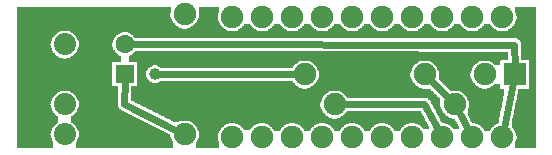
<source format=gbl>
G04 MADE WITH FRITZING*
G04 WWW.FRITZING.ORG*
G04 DOUBLE SIDED*
G04 HOLES PLATED*
G04 CONTOUR ON CENTER OF CONTOUR VECTOR*
%ASAXBY*%
%FSLAX23Y23*%
%MOIN*%
%OFA0B0*%
%SFA1.0B1.0*%
%ADD10C,0.075000*%
%ADD11C,0.062992*%
%ADD12C,0.039370*%
%ADD13C,0.073749*%
%ADD14C,0.075334*%
%ADD15R,0.062992X0.062992*%
%ADD16R,0.075000X0.075000*%
%ADD17C,0.024000*%
%LNCOPPER0*%
G90*
G70*
G54D10*
X270Y263D03*
X1600Y177D03*
G54D11*
X400Y286D03*
X400Y385D03*
X400Y286D03*
X400Y385D03*
G54D12*
X500Y285D03*
G54D13*
X200Y85D03*
X200Y185D03*
X200Y385D03*
X200Y85D03*
X200Y185D03*
X200Y385D03*
G54D10*
X600Y485D03*
X600Y85D03*
X600Y485D03*
X600Y85D03*
X1100Y185D03*
X1500Y185D03*
X1100Y185D03*
X1500Y185D03*
X1000Y285D03*
X1400Y285D03*
X1000Y285D03*
X1400Y285D03*
X1700Y285D03*
X1600Y285D03*
X1700Y285D03*
X1600Y285D03*
G54D14*
X958Y476D03*
X1058Y476D03*
X1158Y476D03*
X1258Y476D03*
X1358Y476D03*
X1458Y476D03*
X1558Y476D03*
X1658Y476D03*
X1058Y76D03*
X1158Y76D03*
X1258Y76D03*
X1358Y76D03*
X1458Y76D03*
X1558Y76D03*
X1658Y76D03*
X958Y76D03*
X858Y476D03*
X857Y76D03*
X758Y476D03*
X758Y76D03*
G54D15*
X400Y286D03*
X400Y286D03*
G54D16*
X1700Y285D03*
X1700Y285D03*
G54D17*
X1700Y313D02*
X1699Y384D01*
D02*
X1699Y384D02*
X427Y385D01*
D02*
X1694Y257D02*
X1664Y107D01*
D02*
X399Y185D02*
X400Y259D01*
D02*
X574Y97D02*
X399Y185D01*
D02*
X971Y285D02*
X519Y285D01*
D02*
X1399Y185D02*
X1443Y104D01*
D02*
X1128Y185D02*
X1399Y185D01*
D02*
X1543Y104D02*
X1513Y159D01*
D02*
X1480Y205D02*
X1420Y264D01*
G36*
X40Y511D02*
X40Y437D01*
X592Y437D01*
X592Y439D01*
X586Y439D01*
X586Y441D01*
X580Y441D01*
X580Y443D01*
X578Y443D01*
X578Y445D01*
X574Y445D01*
X574Y447D01*
X572Y447D01*
X572Y449D01*
X570Y449D01*
X570Y451D01*
X568Y451D01*
X568Y453D01*
X566Y453D01*
X566Y455D01*
X564Y455D01*
X564Y457D01*
X562Y457D01*
X562Y459D01*
X560Y459D01*
X560Y463D01*
X558Y463D01*
X558Y467D01*
X556Y467D01*
X556Y471D01*
X554Y471D01*
X554Y477D01*
X552Y477D01*
X552Y491D01*
X554Y491D01*
X554Y511D01*
X40Y511D01*
G37*
D02*
G36*
X646Y511D02*
X646Y489D01*
X648Y489D01*
X648Y481D01*
X646Y481D01*
X646Y473D01*
X644Y473D01*
X644Y467D01*
X642Y467D01*
X642Y463D01*
X640Y463D01*
X640Y461D01*
X638Y461D01*
X638Y457D01*
X636Y457D01*
X636Y455D01*
X634Y455D01*
X634Y453D01*
X632Y453D01*
X632Y451D01*
X630Y451D01*
X630Y449D01*
X628Y449D01*
X628Y447D01*
X626Y447D01*
X626Y445D01*
X622Y445D01*
X622Y443D01*
X618Y443D01*
X618Y441D01*
X614Y441D01*
X614Y439D01*
X608Y439D01*
X608Y437D01*
X730Y437D01*
X730Y439D01*
X728Y439D01*
X728Y441D01*
X726Y441D01*
X726Y443D01*
X724Y443D01*
X724Y445D01*
X722Y445D01*
X722Y447D01*
X720Y447D01*
X720Y451D01*
X718Y451D01*
X718Y453D01*
X716Y453D01*
X716Y457D01*
X714Y457D01*
X714Y463D01*
X712Y463D01*
X712Y469D01*
X710Y469D01*
X710Y483D01*
X712Y483D01*
X712Y489D01*
X714Y489D01*
X714Y511D01*
X646Y511D01*
G37*
D02*
G36*
X1702Y511D02*
X1702Y489D01*
X1704Y489D01*
X1704Y481D01*
X1706Y481D01*
X1706Y469D01*
X1704Y469D01*
X1704Y463D01*
X1702Y463D01*
X1702Y457D01*
X1700Y457D01*
X1700Y453D01*
X1698Y453D01*
X1698Y451D01*
X1696Y451D01*
X1696Y447D01*
X1694Y447D01*
X1694Y445D01*
X1692Y445D01*
X1692Y443D01*
X1690Y443D01*
X1690Y441D01*
X1688Y441D01*
X1688Y439D01*
X1684Y439D01*
X1684Y437D01*
X1682Y437D01*
X1682Y435D01*
X1678Y435D01*
X1678Y433D01*
X1676Y433D01*
X1676Y431D01*
X1670Y431D01*
X1670Y429D01*
X1658Y429D01*
X1658Y427D01*
X1770Y427D01*
X1770Y511D01*
X1702Y511D01*
G37*
D02*
G36*
X798Y453D02*
X798Y451D01*
X796Y451D01*
X796Y447D01*
X794Y447D01*
X794Y445D01*
X792Y445D01*
X792Y443D01*
X790Y443D01*
X790Y441D01*
X788Y441D01*
X788Y439D01*
X784Y439D01*
X784Y437D01*
X782Y437D01*
X782Y435D01*
X778Y435D01*
X778Y433D01*
X776Y433D01*
X776Y431D01*
X770Y431D01*
X770Y429D01*
X758Y429D01*
X758Y427D01*
X856Y427D01*
X856Y429D01*
X846Y429D01*
X846Y431D01*
X840Y431D01*
X840Y433D01*
X838Y433D01*
X838Y435D01*
X834Y435D01*
X834Y437D01*
X830Y437D01*
X830Y439D01*
X828Y439D01*
X828Y441D01*
X826Y441D01*
X826Y443D01*
X824Y443D01*
X824Y445D01*
X822Y445D01*
X822Y447D01*
X820Y447D01*
X820Y451D01*
X818Y451D01*
X818Y453D01*
X798Y453D01*
G37*
D02*
G36*
X898Y453D02*
X898Y451D01*
X896Y451D01*
X896Y447D01*
X894Y447D01*
X894Y445D01*
X892Y445D01*
X892Y443D01*
X890Y443D01*
X890Y441D01*
X888Y441D01*
X888Y439D01*
X884Y439D01*
X884Y437D01*
X882Y437D01*
X882Y435D01*
X878Y435D01*
X878Y433D01*
X876Y433D01*
X876Y431D01*
X870Y431D01*
X870Y429D01*
X858Y429D01*
X858Y427D01*
X956Y427D01*
X956Y429D01*
X946Y429D01*
X946Y431D01*
X940Y431D01*
X940Y433D01*
X938Y433D01*
X938Y435D01*
X934Y435D01*
X934Y437D01*
X930Y437D01*
X930Y439D01*
X928Y439D01*
X928Y441D01*
X926Y441D01*
X926Y443D01*
X924Y443D01*
X924Y445D01*
X922Y445D01*
X922Y447D01*
X920Y447D01*
X920Y451D01*
X918Y451D01*
X918Y453D01*
X898Y453D01*
G37*
D02*
G36*
X998Y453D02*
X998Y451D01*
X996Y451D01*
X996Y447D01*
X994Y447D01*
X994Y445D01*
X992Y445D01*
X992Y443D01*
X990Y443D01*
X990Y441D01*
X988Y441D01*
X988Y439D01*
X984Y439D01*
X984Y437D01*
X982Y437D01*
X982Y435D01*
X978Y435D01*
X978Y433D01*
X976Y433D01*
X976Y431D01*
X970Y431D01*
X970Y429D01*
X958Y429D01*
X958Y427D01*
X1056Y427D01*
X1056Y429D01*
X1046Y429D01*
X1046Y431D01*
X1040Y431D01*
X1040Y433D01*
X1038Y433D01*
X1038Y435D01*
X1034Y435D01*
X1034Y437D01*
X1030Y437D01*
X1030Y439D01*
X1028Y439D01*
X1028Y441D01*
X1026Y441D01*
X1026Y443D01*
X1024Y443D01*
X1024Y445D01*
X1022Y445D01*
X1022Y447D01*
X1020Y447D01*
X1020Y451D01*
X1018Y451D01*
X1018Y453D01*
X998Y453D01*
G37*
D02*
G36*
X1098Y453D02*
X1098Y451D01*
X1096Y451D01*
X1096Y447D01*
X1094Y447D01*
X1094Y445D01*
X1092Y445D01*
X1092Y443D01*
X1090Y443D01*
X1090Y441D01*
X1088Y441D01*
X1088Y439D01*
X1084Y439D01*
X1084Y437D01*
X1082Y437D01*
X1082Y435D01*
X1078Y435D01*
X1078Y433D01*
X1076Y433D01*
X1076Y431D01*
X1070Y431D01*
X1070Y429D01*
X1058Y429D01*
X1058Y427D01*
X1156Y427D01*
X1156Y429D01*
X1146Y429D01*
X1146Y431D01*
X1140Y431D01*
X1140Y433D01*
X1138Y433D01*
X1138Y435D01*
X1134Y435D01*
X1134Y437D01*
X1130Y437D01*
X1130Y439D01*
X1128Y439D01*
X1128Y441D01*
X1126Y441D01*
X1126Y443D01*
X1124Y443D01*
X1124Y445D01*
X1122Y445D01*
X1122Y447D01*
X1120Y447D01*
X1120Y451D01*
X1118Y451D01*
X1118Y453D01*
X1098Y453D01*
G37*
D02*
G36*
X1198Y453D02*
X1198Y451D01*
X1196Y451D01*
X1196Y447D01*
X1194Y447D01*
X1194Y445D01*
X1192Y445D01*
X1192Y443D01*
X1190Y443D01*
X1190Y441D01*
X1188Y441D01*
X1188Y439D01*
X1184Y439D01*
X1184Y437D01*
X1182Y437D01*
X1182Y435D01*
X1178Y435D01*
X1178Y433D01*
X1176Y433D01*
X1176Y431D01*
X1170Y431D01*
X1170Y429D01*
X1158Y429D01*
X1158Y427D01*
X1256Y427D01*
X1256Y429D01*
X1246Y429D01*
X1246Y431D01*
X1240Y431D01*
X1240Y433D01*
X1238Y433D01*
X1238Y435D01*
X1234Y435D01*
X1234Y437D01*
X1230Y437D01*
X1230Y439D01*
X1228Y439D01*
X1228Y441D01*
X1226Y441D01*
X1226Y443D01*
X1224Y443D01*
X1224Y445D01*
X1222Y445D01*
X1222Y447D01*
X1220Y447D01*
X1220Y451D01*
X1218Y451D01*
X1218Y453D01*
X1198Y453D01*
G37*
D02*
G36*
X1298Y453D02*
X1298Y451D01*
X1296Y451D01*
X1296Y447D01*
X1294Y447D01*
X1294Y445D01*
X1292Y445D01*
X1292Y443D01*
X1290Y443D01*
X1290Y441D01*
X1288Y441D01*
X1288Y439D01*
X1284Y439D01*
X1284Y437D01*
X1282Y437D01*
X1282Y435D01*
X1278Y435D01*
X1278Y433D01*
X1276Y433D01*
X1276Y431D01*
X1270Y431D01*
X1270Y429D01*
X1258Y429D01*
X1258Y427D01*
X1356Y427D01*
X1356Y429D01*
X1346Y429D01*
X1346Y431D01*
X1340Y431D01*
X1340Y433D01*
X1338Y433D01*
X1338Y435D01*
X1334Y435D01*
X1334Y437D01*
X1330Y437D01*
X1330Y439D01*
X1328Y439D01*
X1328Y441D01*
X1326Y441D01*
X1326Y443D01*
X1324Y443D01*
X1324Y445D01*
X1322Y445D01*
X1322Y447D01*
X1320Y447D01*
X1320Y451D01*
X1318Y451D01*
X1318Y453D01*
X1298Y453D01*
G37*
D02*
G36*
X1398Y453D02*
X1398Y451D01*
X1396Y451D01*
X1396Y447D01*
X1394Y447D01*
X1394Y445D01*
X1392Y445D01*
X1392Y443D01*
X1390Y443D01*
X1390Y441D01*
X1388Y441D01*
X1388Y439D01*
X1384Y439D01*
X1384Y437D01*
X1382Y437D01*
X1382Y435D01*
X1378Y435D01*
X1378Y433D01*
X1376Y433D01*
X1376Y431D01*
X1370Y431D01*
X1370Y429D01*
X1358Y429D01*
X1358Y427D01*
X1456Y427D01*
X1456Y429D01*
X1446Y429D01*
X1446Y431D01*
X1440Y431D01*
X1440Y433D01*
X1438Y433D01*
X1438Y435D01*
X1434Y435D01*
X1434Y437D01*
X1430Y437D01*
X1430Y439D01*
X1428Y439D01*
X1428Y441D01*
X1426Y441D01*
X1426Y443D01*
X1424Y443D01*
X1424Y445D01*
X1422Y445D01*
X1422Y447D01*
X1420Y447D01*
X1420Y451D01*
X1418Y451D01*
X1418Y453D01*
X1398Y453D01*
G37*
D02*
G36*
X1498Y453D02*
X1498Y451D01*
X1496Y451D01*
X1496Y447D01*
X1494Y447D01*
X1494Y445D01*
X1492Y445D01*
X1492Y443D01*
X1490Y443D01*
X1490Y441D01*
X1488Y441D01*
X1488Y439D01*
X1484Y439D01*
X1484Y437D01*
X1482Y437D01*
X1482Y435D01*
X1478Y435D01*
X1478Y433D01*
X1476Y433D01*
X1476Y431D01*
X1470Y431D01*
X1470Y429D01*
X1458Y429D01*
X1458Y427D01*
X1556Y427D01*
X1556Y429D01*
X1546Y429D01*
X1546Y431D01*
X1540Y431D01*
X1540Y433D01*
X1538Y433D01*
X1538Y435D01*
X1534Y435D01*
X1534Y437D01*
X1530Y437D01*
X1530Y439D01*
X1528Y439D01*
X1528Y441D01*
X1526Y441D01*
X1526Y443D01*
X1524Y443D01*
X1524Y445D01*
X1522Y445D01*
X1522Y447D01*
X1520Y447D01*
X1520Y451D01*
X1518Y451D01*
X1518Y453D01*
X1498Y453D01*
G37*
D02*
G36*
X1598Y453D02*
X1598Y451D01*
X1596Y451D01*
X1596Y447D01*
X1594Y447D01*
X1594Y445D01*
X1592Y445D01*
X1592Y443D01*
X1590Y443D01*
X1590Y441D01*
X1588Y441D01*
X1588Y439D01*
X1584Y439D01*
X1584Y437D01*
X1582Y437D01*
X1582Y435D01*
X1578Y435D01*
X1578Y433D01*
X1576Y433D01*
X1576Y431D01*
X1570Y431D01*
X1570Y429D01*
X1558Y429D01*
X1558Y427D01*
X1656Y427D01*
X1656Y429D01*
X1646Y429D01*
X1646Y431D01*
X1640Y431D01*
X1640Y433D01*
X1638Y433D01*
X1638Y435D01*
X1634Y435D01*
X1634Y437D01*
X1630Y437D01*
X1630Y439D01*
X1628Y439D01*
X1628Y441D01*
X1626Y441D01*
X1626Y443D01*
X1624Y443D01*
X1624Y445D01*
X1622Y445D01*
X1622Y447D01*
X1620Y447D01*
X1620Y451D01*
X1618Y451D01*
X1618Y453D01*
X1598Y453D01*
G37*
D02*
G36*
X40Y437D02*
X40Y435D01*
X734Y435D01*
X734Y437D01*
X40Y437D01*
G37*
D02*
G36*
X40Y437D02*
X40Y435D01*
X734Y435D01*
X734Y437D01*
X40Y437D01*
G37*
D02*
G36*
X40Y435D02*
X40Y431D01*
X210Y431D01*
X210Y429D01*
X216Y429D01*
X216Y427D01*
X756Y427D01*
X756Y429D01*
X746Y429D01*
X746Y431D01*
X740Y431D01*
X740Y433D01*
X738Y433D01*
X738Y435D01*
X40Y435D01*
G37*
D02*
G36*
X40Y431D02*
X40Y337D01*
X194Y337D01*
X194Y339D01*
X188Y339D01*
X188Y341D01*
X182Y341D01*
X182Y343D01*
X178Y343D01*
X178Y345D01*
X176Y345D01*
X176Y347D01*
X172Y347D01*
X172Y349D01*
X170Y349D01*
X170Y351D01*
X168Y351D01*
X168Y353D01*
X166Y353D01*
X166Y355D01*
X164Y355D01*
X164Y357D01*
X162Y357D01*
X162Y361D01*
X160Y361D01*
X160Y363D01*
X158Y363D01*
X158Y367D01*
X156Y367D01*
X156Y373D01*
X154Y373D01*
X154Y383D01*
X152Y383D01*
X152Y387D01*
X154Y387D01*
X154Y397D01*
X156Y397D01*
X156Y401D01*
X158Y401D01*
X158Y405D01*
X160Y405D01*
X160Y409D01*
X162Y409D01*
X162Y411D01*
X164Y411D01*
X164Y413D01*
X166Y413D01*
X166Y417D01*
X170Y417D01*
X170Y419D01*
X172Y419D01*
X172Y421D01*
X174Y421D01*
X174Y423D01*
X176Y423D01*
X176Y425D01*
X180Y425D01*
X180Y427D01*
X184Y427D01*
X184Y429D01*
X190Y429D01*
X190Y431D01*
X40Y431D01*
G37*
D02*
G36*
X220Y427D02*
X220Y425D01*
X1770Y425D01*
X1770Y427D01*
X220Y427D01*
G37*
D02*
G36*
X220Y427D02*
X220Y425D01*
X1770Y425D01*
X1770Y427D01*
X220Y427D01*
G37*
D02*
G36*
X220Y427D02*
X220Y425D01*
X1770Y425D01*
X1770Y427D01*
X220Y427D01*
G37*
D02*
G36*
X220Y427D02*
X220Y425D01*
X1770Y425D01*
X1770Y427D01*
X220Y427D01*
G37*
D02*
G36*
X220Y427D02*
X220Y425D01*
X1770Y425D01*
X1770Y427D01*
X220Y427D01*
G37*
D02*
G36*
X220Y427D02*
X220Y425D01*
X1770Y425D01*
X1770Y427D01*
X220Y427D01*
G37*
D02*
G36*
X220Y427D02*
X220Y425D01*
X1770Y425D01*
X1770Y427D01*
X220Y427D01*
G37*
D02*
G36*
X220Y427D02*
X220Y425D01*
X1770Y425D01*
X1770Y427D01*
X220Y427D01*
G37*
D02*
G36*
X220Y427D02*
X220Y425D01*
X1770Y425D01*
X1770Y427D01*
X220Y427D01*
G37*
D02*
G36*
X220Y427D02*
X220Y425D01*
X1770Y425D01*
X1770Y427D01*
X220Y427D01*
G37*
D02*
G36*
X220Y427D02*
X220Y425D01*
X1770Y425D01*
X1770Y427D01*
X220Y427D01*
G37*
D02*
G36*
X222Y425D02*
X222Y423D01*
X226Y423D01*
X226Y421D01*
X228Y421D01*
X228Y419D01*
X230Y419D01*
X230Y417D01*
X232Y417D01*
X232Y415D01*
X234Y415D01*
X234Y413D01*
X236Y413D01*
X236Y411D01*
X238Y411D01*
X238Y407D01*
X240Y407D01*
X240Y405D01*
X242Y405D01*
X242Y401D01*
X244Y401D01*
X244Y395D01*
X246Y395D01*
X246Y375D01*
X244Y375D01*
X244Y369D01*
X242Y369D01*
X242Y365D01*
X240Y365D01*
X240Y361D01*
X238Y361D01*
X238Y359D01*
X236Y359D01*
X236Y355D01*
X234Y355D01*
X234Y353D01*
X232Y353D01*
X232Y351D01*
X230Y351D01*
X230Y349D01*
X226Y349D01*
X226Y347D01*
X224Y347D01*
X224Y345D01*
X220Y345D01*
X220Y343D01*
X218Y343D01*
X218Y341D01*
X212Y341D01*
X212Y339D01*
X204Y339D01*
X204Y337D01*
X386Y337D01*
X386Y347D01*
X382Y347D01*
X382Y349D01*
X378Y349D01*
X378Y351D01*
X376Y351D01*
X376Y353D01*
X374Y353D01*
X374Y355D01*
X372Y355D01*
X372Y357D01*
X370Y357D01*
X370Y359D01*
X368Y359D01*
X368Y361D01*
X366Y361D01*
X366Y365D01*
X364Y365D01*
X364Y367D01*
X362Y367D01*
X362Y371D01*
X360Y371D01*
X360Y377D01*
X358Y377D01*
X358Y391D01*
X360Y391D01*
X360Y397D01*
X362Y397D01*
X362Y401D01*
X364Y401D01*
X364Y405D01*
X366Y405D01*
X366Y407D01*
X368Y407D01*
X368Y411D01*
X370Y411D01*
X370Y413D01*
X372Y413D01*
X372Y415D01*
X374Y415D01*
X374Y417D01*
X378Y417D01*
X378Y419D01*
X380Y419D01*
X380Y421D01*
X384Y421D01*
X384Y423D01*
X390Y423D01*
X390Y425D01*
X222Y425D01*
G37*
D02*
G36*
X410Y425D02*
X410Y423D01*
X416Y423D01*
X416Y421D01*
X418Y421D01*
X418Y419D01*
X422Y419D01*
X422Y417D01*
X424Y417D01*
X424Y415D01*
X426Y415D01*
X426Y413D01*
X428Y413D01*
X428Y411D01*
X430Y411D01*
X430Y409D01*
X432Y409D01*
X432Y407D01*
X1398Y407D01*
X1398Y405D01*
X1708Y405D01*
X1708Y403D01*
X1712Y403D01*
X1712Y401D01*
X1714Y401D01*
X1714Y399D01*
X1716Y399D01*
X1716Y397D01*
X1718Y397D01*
X1718Y393D01*
X1720Y393D01*
X1720Y387D01*
X1722Y387D01*
X1722Y333D01*
X1746Y333D01*
X1746Y331D01*
X1748Y331D01*
X1748Y237D01*
X1712Y237D01*
X1712Y229D01*
X1710Y229D01*
X1710Y219D01*
X1708Y219D01*
X1708Y209D01*
X1706Y209D01*
X1706Y199D01*
X1704Y199D01*
X1704Y189D01*
X1702Y189D01*
X1702Y179D01*
X1700Y179D01*
X1700Y169D01*
X1698Y169D01*
X1698Y159D01*
X1696Y159D01*
X1696Y149D01*
X1694Y149D01*
X1694Y139D01*
X1692Y139D01*
X1692Y129D01*
X1690Y129D01*
X1690Y107D01*
X1692Y107D01*
X1692Y105D01*
X1694Y105D01*
X1694Y103D01*
X1696Y103D01*
X1696Y101D01*
X1698Y101D01*
X1698Y97D01*
X1700Y97D01*
X1700Y93D01*
X1702Y93D01*
X1702Y89D01*
X1704Y89D01*
X1704Y81D01*
X1706Y81D01*
X1706Y69D01*
X1704Y69D01*
X1704Y63D01*
X1702Y63D01*
X1702Y41D01*
X1770Y41D01*
X1770Y425D01*
X410Y425D01*
G37*
D02*
G36*
X40Y337D02*
X40Y335D01*
X386Y335D01*
X386Y337D01*
X40Y337D01*
G37*
D02*
G36*
X40Y337D02*
X40Y335D01*
X386Y335D01*
X386Y337D01*
X40Y337D01*
G37*
D02*
G36*
X40Y335D02*
X40Y231D01*
X210Y231D01*
X210Y229D01*
X216Y229D01*
X216Y227D01*
X220Y227D01*
X220Y225D01*
X222Y225D01*
X222Y223D01*
X226Y223D01*
X226Y221D01*
X228Y221D01*
X228Y219D01*
X230Y219D01*
X230Y217D01*
X232Y217D01*
X232Y215D01*
X234Y215D01*
X234Y213D01*
X236Y213D01*
X236Y211D01*
X238Y211D01*
X238Y207D01*
X240Y207D01*
X240Y205D01*
X242Y205D01*
X242Y201D01*
X244Y201D01*
X244Y195D01*
X246Y195D01*
X246Y175D01*
X244Y175D01*
X244Y169D01*
X242Y169D01*
X242Y165D01*
X240Y165D01*
X240Y161D01*
X238Y161D01*
X238Y159D01*
X236Y159D01*
X236Y155D01*
X234Y155D01*
X234Y153D01*
X232Y153D01*
X232Y151D01*
X230Y151D01*
X230Y149D01*
X226Y149D01*
X226Y147D01*
X224Y147D01*
X224Y145D01*
X220Y145D01*
X220Y125D01*
X222Y125D01*
X222Y123D01*
X226Y123D01*
X226Y121D01*
X228Y121D01*
X228Y119D01*
X230Y119D01*
X230Y117D01*
X232Y117D01*
X232Y115D01*
X234Y115D01*
X234Y113D01*
X236Y113D01*
X236Y111D01*
X238Y111D01*
X238Y107D01*
X240Y107D01*
X240Y105D01*
X242Y105D01*
X242Y101D01*
X244Y101D01*
X244Y95D01*
X246Y95D01*
X246Y75D01*
X244Y75D01*
X244Y69D01*
X242Y69D01*
X242Y65D01*
X240Y65D01*
X240Y61D01*
X238Y61D01*
X238Y41D01*
X560Y41D01*
X560Y63D01*
X558Y63D01*
X558Y67D01*
X556Y67D01*
X556Y71D01*
X554Y71D01*
X554Y77D01*
X552Y77D01*
X552Y85D01*
X548Y85D01*
X548Y87D01*
X544Y87D01*
X544Y89D01*
X540Y89D01*
X540Y91D01*
X536Y91D01*
X536Y93D01*
X532Y93D01*
X532Y95D01*
X528Y95D01*
X528Y97D01*
X524Y97D01*
X524Y99D01*
X520Y99D01*
X520Y101D01*
X516Y101D01*
X516Y103D01*
X512Y103D01*
X512Y105D01*
X508Y105D01*
X508Y107D01*
X504Y107D01*
X504Y109D01*
X500Y109D01*
X500Y111D01*
X496Y111D01*
X496Y113D01*
X492Y113D01*
X492Y115D01*
X488Y115D01*
X488Y117D01*
X484Y117D01*
X484Y119D01*
X480Y119D01*
X480Y121D01*
X476Y121D01*
X476Y123D01*
X472Y123D01*
X472Y125D01*
X468Y125D01*
X468Y127D01*
X464Y127D01*
X464Y129D01*
X460Y129D01*
X460Y131D01*
X456Y131D01*
X456Y133D01*
X452Y133D01*
X452Y135D01*
X448Y135D01*
X448Y137D01*
X444Y137D01*
X444Y139D01*
X440Y139D01*
X440Y141D01*
X436Y141D01*
X436Y143D01*
X432Y143D01*
X432Y145D01*
X428Y145D01*
X428Y147D01*
X424Y147D01*
X424Y149D01*
X420Y149D01*
X420Y151D01*
X416Y151D01*
X416Y153D01*
X412Y153D01*
X412Y155D01*
X408Y155D01*
X408Y157D01*
X404Y157D01*
X404Y159D01*
X400Y159D01*
X400Y161D01*
X396Y161D01*
X396Y163D01*
X392Y163D01*
X392Y165D01*
X388Y165D01*
X388Y167D01*
X386Y167D01*
X386Y169D01*
X384Y169D01*
X384Y171D01*
X382Y171D01*
X382Y173D01*
X380Y173D01*
X380Y177D01*
X378Y177D01*
X378Y245D01*
X358Y245D01*
X358Y327D01*
X386Y327D01*
X386Y335D01*
X40Y335D01*
G37*
D02*
G36*
X40Y231D02*
X40Y41D01*
X162Y41D01*
X162Y61D01*
X160Y61D01*
X160Y63D01*
X158Y63D01*
X158Y67D01*
X156Y67D01*
X156Y73D01*
X154Y73D01*
X154Y83D01*
X152Y83D01*
X152Y87D01*
X154Y87D01*
X154Y97D01*
X156Y97D01*
X156Y101D01*
X158Y101D01*
X158Y105D01*
X160Y105D01*
X160Y109D01*
X162Y109D01*
X162Y111D01*
X164Y111D01*
X164Y113D01*
X166Y113D01*
X166Y117D01*
X170Y117D01*
X170Y119D01*
X172Y119D01*
X172Y121D01*
X174Y121D01*
X174Y123D01*
X176Y123D01*
X176Y125D01*
X178Y125D01*
X178Y145D01*
X176Y145D01*
X176Y147D01*
X172Y147D01*
X172Y149D01*
X170Y149D01*
X170Y151D01*
X168Y151D01*
X168Y153D01*
X166Y153D01*
X166Y155D01*
X164Y155D01*
X164Y157D01*
X162Y157D01*
X162Y161D01*
X160Y161D01*
X160Y163D01*
X158Y163D01*
X158Y167D01*
X156Y167D01*
X156Y173D01*
X154Y173D01*
X154Y183D01*
X152Y183D01*
X152Y187D01*
X154Y187D01*
X154Y197D01*
X156Y197D01*
X156Y201D01*
X158Y201D01*
X158Y205D01*
X160Y205D01*
X160Y209D01*
X162Y209D01*
X162Y211D01*
X164Y211D01*
X164Y213D01*
X166Y213D01*
X166Y217D01*
X170Y217D01*
X170Y219D01*
X172Y219D01*
X172Y221D01*
X174Y221D01*
X174Y223D01*
X176Y223D01*
X176Y225D01*
X180Y225D01*
X180Y227D01*
X184Y227D01*
X184Y229D01*
X190Y229D01*
X190Y231D01*
X40Y231D01*
G37*
D02*
G36*
X434Y363D02*
X434Y361D01*
X432Y361D01*
X432Y359D01*
X430Y359D01*
X430Y357D01*
X428Y357D01*
X428Y355D01*
X426Y355D01*
X426Y353D01*
X424Y353D01*
X424Y351D01*
X420Y351D01*
X420Y349D01*
X418Y349D01*
X418Y347D01*
X414Y347D01*
X414Y331D01*
X1612Y331D01*
X1612Y329D01*
X1616Y329D01*
X1616Y327D01*
X1620Y327D01*
X1620Y325D01*
X1624Y325D01*
X1624Y323D01*
X1626Y323D01*
X1626Y321D01*
X1628Y321D01*
X1628Y319D01*
X1632Y319D01*
X1632Y317D01*
X1652Y317D01*
X1652Y331D01*
X1654Y331D01*
X1654Y333D01*
X1678Y333D01*
X1678Y361D01*
X1380Y361D01*
X1380Y363D01*
X434Y363D01*
G37*
D02*
G36*
X414Y331D02*
X414Y327D01*
X442Y327D01*
X442Y315D01*
X506Y315D01*
X506Y313D01*
X510Y313D01*
X510Y311D01*
X514Y311D01*
X514Y309D01*
X516Y309D01*
X516Y307D01*
X960Y307D01*
X960Y309D01*
X962Y309D01*
X962Y313D01*
X964Y313D01*
X964Y315D01*
X966Y315D01*
X966Y317D01*
X968Y317D01*
X968Y319D01*
X970Y319D01*
X970Y321D01*
X974Y321D01*
X974Y323D01*
X976Y323D01*
X976Y325D01*
X980Y325D01*
X980Y327D01*
X982Y327D01*
X982Y329D01*
X988Y329D01*
X988Y331D01*
X414Y331D01*
G37*
D02*
G36*
X1012Y331D02*
X1012Y329D01*
X1016Y329D01*
X1016Y327D01*
X1020Y327D01*
X1020Y325D01*
X1024Y325D01*
X1024Y323D01*
X1026Y323D01*
X1026Y321D01*
X1028Y321D01*
X1028Y319D01*
X1032Y319D01*
X1032Y317D01*
X1034Y317D01*
X1034Y313D01*
X1036Y313D01*
X1036Y311D01*
X1038Y311D01*
X1038Y309D01*
X1040Y309D01*
X1040Y305D01*
X1042Y305D01*
X1042Y301D01*
X1044Y301D01*
X1044Y297D01*
X1046Y297D01*
X1046Y289D01*
X1048Y289D01*
X1048Y281D01*
X1046Y281D01*
X1046Y273D01*
X1044Y273D01*
X1044Y267D01*
X1042Y267D01*
X1042Y263D01*
X1040Y263D01*
X1040Y261D01*
X1038Y261D01*
X1038Y257D01*
X1036Y257D01*
X1036Y255D01*
X1034Y255D01*
X1034Y253D01*
X1032Y253D01*
X1032Y251D01*
X1030Y251D01*
X1030Y249D01*
X1028Y249D01*
X1028Y247D01*
X1026Y247D01*
X1026Y245D01*
X1022Y245D01*
X1022Y243D01*
X1018Y243D01*
X1018Y241D01*
X1014Y241D01*
X1014Y239D01*
X1008Y239D01*
X1008Y237D01*
X1392Y237D01*
X1392Y239D01*
X1386Y239D01*
X1386Y241D01*
X1380Y241D01*
X1380Y243D01*
X1378Y243D01*
X1378Y245D01*
X1374Y245D01*
X1374Y247D01*
X1372Y247D01*
X1372Y249D01*
X1370Y249D01*
X1370Y251D01*
X1368Y251D01*
X1368Y253D01*
X1366Y253D01*
X1366Y255D01*
X1364Y255D01*
X1364Y257D01*
X1362Y257D01*
X1362Y259D01*
X1360Y259D01*
X1360Y263D01*
X1358Y263D01*
X1358Y267D01*
X1356Y267D01*
X1356Y271D01*
X1354Y271D01*
X1354Y277D01*
X1352Y277D01*
X1352Y291D01*
X1354Y291D01*
X1354Y297D01*
X1356Y297D01*
X1356Y303D01*
X1358Y303D01*
X1358Y307D01*
X1360Y307D01*
X1360Y309D01*
X1362Y309D01*
X1362Y313D01*
X1364Y313D01*
X1364Y315D01*
X1366Y315D01*
X1366Y317D01*
X1368Y317D01*
X1368Y319D01*
X1370Y319D01*
X1370Y321D01*
X1374Y321D01*
X1374Y323D01*
X1376Y323D01*
X1376Y325D01*
X1380Y325D01*
X1380Y327D01*
X1382Y327D01*
X1382Y329D01*
X1388Y329D01*
X1388Y331D01*
X1012Y331D01*
G37*
D02*
G36*
X1412Y331D02*
X1412Y329D01*
X1416Y329D01*
X1416Y327D01*
X1420Y327D01*
X1420Y325D01*
X1424Y325D01*
X1424Y323D01*
X1426Y323D01*
X1426Y321D01*
X1428Y321D01*
X1428Y319D01*
X1432Y319D01*
X1432Y317D01*
X1434Y317D01*
X1434Y313D01*
X1436Y313D01*
X1436Y311D01*
X1438Y311D01*
X1438Y309D01*
X1440Y309D01*
X1440Y305D01*
X1442Y305D01*
X1442Y301D01*
X1444Y301D01*
X1444Y297D01*
X1446Y297D01*
X1446Y289D01*
X1448Y289D01*
X1448Y267D01*
X1450Y267D01*
X1450Y265D01*
X1452Y265D01*
X1452Y263D01*
X1454Y263D01*
X1454Y261D01*
X1456Y261D01*
X1456Y259D01*
X1458Y259D01*
X1458Y257D01*
X1460Y257D01*
X1460Y255D01*
X1462Y255D01*
X1462Y253D01*
X1464Y253D01*
X1464Y251D01*
X1466Y251D01*
X1466Y249D01*
X1468Y249D01*
X1468Y247D01*
X1470Y247D01*
X1470Y245D01*
X1472Y245D01*
X1472Y243D01*
X1474Y243D01*
X1474Y241D01*
X1476Y241D01*
X1476Y239D01*
X1478Y239D01*
X1478Y237D01*
X1592Y237D01*
X1592Y239D01*
X1586Y239D01*
X1586Y241D01*
X1580Y241D01*
X1580Y243D01*
X1578Y243D01*
X1578Y245D01*
X1574Y245D01*
X1574Y247D01*
X1572Y247D01*
X1572Y249D01*
X1570Y249D01*
X1570Y251D01*
X1568Y251D01*
X1568Y253D01*
X1566Y253D01*
X1566Y255D01*
X1564Y255D01*
X1564Y257D01*
X1562Y257D01*
X1562Y259D01*
X1560Y259D01*
X1560Y263D01*
X1558Y263D01*
X1558Y267D01*
X1556Y267D01*
X1556Y271D01*
X1554Y271D01*
X1554Y277D01*
X1552Y277D01*
X1552Y291D01*
X1554Y291D01*
X1554Y297D01*
X1556Y297D01*
X1556Y303D01*
X1558Y303D01*
X1558Y307D01*
X1560Y307D01*
X1560Y309D01*
X1562Y309D01*
X1562Y313D01*
X1564Y313D01*
X1564Y315D01*
X1566Y315D01*
X1566Y317D01*
X1568Y317D01*
X1568Y319D01*
X1570Y319D01*
X1570Y321D01*
X1574Y321D01*
X1574Y323D01*
X1576Y323D01*
X1576Y325D01*
X1580Y325D01*
X1580Y327D01*
X1582Y327D01*
X1582Y329D01*
X1588Y329D01*
X1588Y331D01*
X1412Y331D01*
G37*
D02*
G36*
X442Y315D02*
X442Y255D01*
X496Y255D01*
X496Y257D01*
X490Y257D01*
X490Y259D01*
X486Y259D01*
X486Y261D01*
X484Y261D01*
X484Y263D01*
X480Y263D01*
X480Y265D01*
X478Y265D01*
X478Y269D01*
X476Y269D01*
X476Y271D01*
X474Y271D01*
X474Y275D01*
X472Y275D01*
X472Y279D01*
X470Y279D01*
X470Y291D01*
X472Y291D01*
X472Y295D01*
X474Y295D01*
X474Y299D01*
X476Y299D01*
X476Y301D01*
X478Y301D01*
X478Y305D01*
X480Y305D01*
X480Y307D01*
X484Y307D01*
X484Y309D01*
X486Y309D01*
X486Y311D01*
X490Y311D01*
X490Y313D01*
X494Y313D01*
X494Y315D01*
X442Y315D01*
G37*
D02*
G36*
X516Y263D02*
X516Y261D01*
X514Y261D01*
X514Y259D01*
X510Y259D01*
X510Y257D01*
X504Y257D01*
X504Y255D01*
X964Y255D01*
X964Y257D01*
X962Y257D01*
X962Y259D01*
X960Y259D01*
X960Y263D01*
X516Y263D01*
G37*
D02*
G36*
X442Y255D02*
X442Y253D01*
X966Y253D01*
X966Y255D01*
X442Y255D01*
G37*
D02*
G36*
X442Y255D02*
X442Y253D01*
X966Y253D01*
X966Y255D01*
X442Y255D01*
G37*
D02*
G36*
X442Y253D02*
X442Y245D01*
X422Y245D01*
X422Y237D01*
X992Y237D01*
X992Y239D01*
X986Y239D01*
X986Y241D01*
X980Y241D01*
X980Y243D01*
X978Y243D01*
X978Y245D01*
X974Y245D01*
X974Y247D01*
X972Y247D01*
X972Y249D01*
X970Y249D01*
X970Y251D01*
X968Y251D01*
X968Y253D01*
X442Y253D01*
G37*
D02*
G36*
X1632Y253D02*
X1632Y251D01*
X1630Y251D01*
X1630Y249D01*
X1628Y249D01*
X1628Y247D01*
X1626Y247D01*
X1626Y245D01*
X1622Y245D01*
X1622Y243D01*
X1618Y243D01*
X1618Y241D01*
X1614Y241D01*
X1614Y239D01*
X1608Y239D01*
X1608Y237D01*
X1652Y237D01*
X1652Y253D01*
X1632Y253D01*
G37*
D02*
G36*
X422Y237D02*
X422Y235D01*
X1418Y235D01*
X1418Y237D01*
X422Y237D01*
G37*
D02*
G36*
X422Y237D02*
X422Y235D01*
X1418Y235D01*
X1418Y237D01*
X422Y237D01*
G37*
D02*
G36*
X1480Y237D02*
X1480Y235D01*
X1664Y235D01*
X1664Y237D01*
X1480Y237D01*
G37*
D02*
G36*
X1480Y237D02*
X1480Y235D01*
X1664Y235D01*
X1664Y237D01*
X1480Y237D01*
G37*
D02*
G36*
X422Y235D02*
X422Y231D01*
X1112Y231D01*
X1112Y229D01*
X1116Y229D01*
X1116Y227D01*
X1120Y227D01*
X1120Y225D01*
X1124Y225D01*
X1124Y223D01*
X1126Y223D01*
X1126Y221D01*
X1128Y221D01*
X1128Y219D01*
X1132Y219D01*
X1132Y217D01*
X1134Y217D01*
X1134Y213D01*
X1136Y213D01*
X1136Y211D01*
X1138Y211D01*
X1138Y209D01*
X1140Y209D01*
X1140Y207D01*
X1404Y207D01*
X1404Y205D01*
X1410Y205D01*
X1410Y203D01*
X1412Y203D01*
X1412Y201D01*
X1416Y201D01*
X1416Y197D01*
X1418Y197D01*
X1418Y195D01*
X1420Y195D01*
X1420Y191D01*
X1422Y191D01*
X1422Y187D01*
X1424Y187D01*
X1424Y183D01*
X1426Y183D01*
X1426Y179D01*
X1428Y179D01*
X1428Y175D01*
X1430Y175D01*
X1430Y173D01*
X1432Y173D01*
X1432Y169D01*
X1434Y169D01*
X1434Y165D01*
X1436Y165D01*
X1436Y161D01*
X1438Y161D01*
X1438Y157D01*
X1440Y157D01*
X1440Y153D01*
X1442Y153D01*
X1442Y149D01*
X1444Y149D01*
X1444Y147D01*
X1446Y147D01*
X1446Y143D01*
X1448Y143D01*
X1448Y139D01*
X1450Y139D01*
X1450Y135D01*
X1452Y135D01*
X1452Y131D01*
X1454Y131D01*
X1454Y127D01*
X1456Y127D01*
X1456Y123D01*
X1468Y123D01*
X1468Y121D01*
X1474Y121D01*
X1474Y119D01*
X1478Y119D01*
X1478Y117D01*
X1480Y117D01*
X1480Y115D01*
X1484Y115D01*
X1484Y113D01*
X1486Y113D01*
X1486Y111D01*
X1488Y111D01*
X1488Y109D01*
X1490Y109D01*
X1490Y107D01*
X1492Y107D01*
X1492Y105D01*
X1494Y105D01*
X1494Y103D01*
X1514Y103D01*
X1514Y113D01*
X1512Y113D01*
X1512Y117D01*
X1510Y117D01*
X1510Y121D01*
X1508Y121D01*
X1508Y125D01*
X1506Y125D01*
X1506Y127D01*
X1504Y127D01*
X1504Y131D01*
X1502Y131D01*
X1502Y135D01*
X1500Y135D01*
X1500Y137D01*
X1492Y137D01*
X1492Y139D01*
X1486Y139D01*
X1486Y141D01*
X1480Y141D01*
X1480Y143D01*
X1478Y143D01*
X1478Y145D01*
X1474Y145D01*
X1474Y147D01*
X1472Y147D01*
X1472Y149D01*
X1470Y149D01*
X1470Y151D01*
X1468Y151D01*
X1468Y153D01*
X1466Y153D01*
X1466Y155D01*
X1464Y155D01*
X1464Y157D01*
X1462Y157D01*
X1462Y159D01*
X1460Y159D01*
X1460Y163D01*
X1458Y163D01*
X1458Y167D01*
X1456Y167D01*
X1456Y171D01*
X1454Y171D01*
X1454Y177D01*
X1452Y177D01*
X1452Y203D01*
X1450Y203D01*
X1450Y205D01*
X1448Y205D01*
X1448Y207D01*
X1446Y207D01*
X1446Y209D01*
X1444Y209D01*
X1444Y211D01*
X1442Y211D01*
X1442Y213D01*
X1440Y213D01*
X1440Y215D01*
X1438Y215D01*
X1438Y217D01*
X1436Y217D01*
X1436Y219D01*
X1434Y219D01*
X1434Y221D01*
X1432Y221D01*
X1432Y223D01*
X1430Y223D01*
X1430Y225D01*
X1428Y225D01*
X1428Y227D01*
X1426Y227D01*
X1426Y229D01*
X1424Y229D01*
X1424Y231D01*
X1422Y231D01*
X1422Y233D01*
X1420Y233D01*
X1420Y235D01*
X422Y235D01*
G37*
D02*
G36*
X1482Y235D02*
X1482Y233D01*
X1484Y233D01*
X1484Y231D01*
X1512Y231D01*
X1512Y229D01*
X1516Y229D01*
X1516Y227D01*
X1520Y227D01*
X1520Y225D01*
X1524Y225D01*
X1524Y223D01*
X1526Y223D01*
X1526Y221D01*
X1528Y221D01*
X1528Y219D01*
X1532Y219D01*
X1532Y217D01*
X1534Y217D01*
X1534Y213D01*
X1536Y213D01*
X1536Y211D01*
X1538Y211D01*
X1538Y209D01*
X1540Y209D01*
X1540Y205D01*
X1542Y205D01*
X1542Y201D01*
X1544Y201D01*
X1544Y197D01*
X1546Y197D01*
X1546Y189D01*
X1548Y189D01*
X1548Y181D01*
X1546Y181D01*
X1546Y173D01*
X1544Y173D01*
X1544Y147D01*
X1546Y147D01*
X1546Y143D01*
X1548Y143D01*
X1548Y139D01*
X1550Y139D01*
X1550Y135D01*
X1552Y135D01*
X1552Y131D01*
X1554Y131D01*
X1554Y127D01*
X1556Y127D01*
X1556Y125D01*
X1558Y125D01*
X1558Y123D01*
X1568Y123D01*
X1568Y121D01*
X1574Y121D01*
X1574Y119D01*
X1578Y119D01*
X1578Y117D01*
X1580Y117D01*
X1580Y115D01*
X1584Y115D01*
X1584Y113D01*
X1586Y113D01*
X1586Y111D01*
X1588Y111D01*
X1588Y109D01*
X1590Y109D01*
X1590Y107D01*
X1592Y107D01*
X1592Y105D01*
X1594Y105D01*
X1594Y103D01*
X1596Y103D01*
X1596Y101D01*
X1598Y101D01*
X1598Y97D01*
X1618Y97D01*
X1618Y101D01*
X1620Y101D01*
X1620Y103D01*
X1622Y103D01*
X1622Y105D01*
X1624Y105D01*
X1624Y109D01*
X1628Y109D01*
X1628Y111D01*
X1630Y111D01*
X1630Y113D01*
X1632Y113D01*
X1632Y115D01*
X1634Y115D01*
X1634Y117D01*
X1638Y117D01*
X1638Y119D01*
X1642Y119D01*
X1642Y121D01*
X1644Y121D01*
X1644Y123D01*
X1646Y123D01*
X1646Y133D01*
X1648Y133D01*
X1648Y143D01*
X1650Y143D01*
X1650Y153D01*
X1652Y153D01*
X1652Y163D01*
X1654Y163D01*
X1654Y173D01*
X1656Y173D01*
X1656Y183D01*
X1658Y183D01*
X1658Y193D01*
X1660Y193D01*
X1660Y203D01*
X1662Y203D01*
X1662Y213D01*
X1664Y213D01*
X1664Y235D01*
X1482Y235D01*
G37*
D02*
G36*
X422Y231D02*
X422Y197D01*
X426Y197D01*
X426Y195D01*
X430Y195D01*
X430Y193D01*
X434Y193D01*
X434Y191D01*
X438Y191D01*
X438Y189D01*
X442Y189D01*
X442Y187D01*
X446Y187D01*
X446Y185D01*
X450Y185D01*
X450Y183D01*
X454Y183D01*
X454Y181D01*
X458Y181D01*
X458Y179D01*
X462Y179D01*
X462Y177D01*
X466Y177D01*
X466Y175D01*
X470Y175D01*
X470Y173D01*
X474Y173D01*
X474Y171D01*
X478Y171D01*
X478Y169D01*
X482Y169D01*
X482Y167D01*
X486Y167D01*
X486Y165D01*
X490Y165D01*
X490Y163D01*
X494Y163D01*
X494Y161D01*
X498Y161D01*
X498Y159D01*
X502Y159D01*
X502Y157D01*
X506Y157D01*
X506Y155D01*
X510Y155D01*
X510Y153D01*
X514Y153D01*
X514Y151D01*
X518Y151D01*
X518Y149D01*
X522Y149D01*
X522Y147D01*
X526Y147D01*
X526Y145D01*
X530Y145D01*
X530Y143D01*
X534Y143D01*
X534Y141D01*
X538Y141D01*
X538Y139D01*
X542Y139D01*
X542Y137D01*
X1092Y137D01*
X1092Y139D01*
X1086Y139D01*
X1086Y141D01*
X1080Y141D01*
X1080Y143D01*
X1078Y143D01*
X1078Y145D01*
X1074Y145D01*
X1074Y147D01*
X1072Y147D01*
X1072Y149D01*
X1070Y149D01*
X1070Y151D01*
X1068Y151D01*
X1068Y153D01*
X1066Y153D01*
X1066Y155D01*
X1064Y155D01*
X1064Y157D01*
X1062Y157D01*
X1062Y159D01*
X1060Y159D01*
X1060Y163D01*
X1058Y163D01*
X1058Y167D01*
X1056Y167D01*
X1056Y171D01*
X1054Y171D01*
X1054Y177D01*
X1052Y177D01*
X1052Y191D01*
X1054Y191D01*
X1054Y197D01*
X1056Y197D01*
X1056Y203D01*
X1058Y203D01*
X1058Y207D01*
X1060Y207D01*
X1060Y209D01*
X1062Y209D01*
X1062Y213D01*
X1064Y213D01*
X1064Y215D01*
X1066Y215D01*
X1066Y217D01*
X1068Y217D01*
X1068Y219D01*
X1070Y219D01*
X1070Y221D01*
X1074Y221D01*
X1074Y223D01*
X1076Y223D01*
X1076Y225D01*
X1080Y225D01*
X1080Y227D01*
X1082Y227D01*
X1082Y229D01*
X1088Y229D01*
X1088Y231D01*
X422Y231D01*
G37*
D02*
G36*
X1140Y163D02*
X1140Y161D01*
X1138Y161D01*
X1138Y157D01*
X1136Y157D01*
X1136Y155D01*
X1134Y155D01*
X1134Y153D01*
X1132Y153D01*
X1132Y151D01*
X1130Y151D01*
X1130Y149D01*
X1128Y149D01*
X1128Y147D01*
X1126Y147D01*
X1126Y145D01*
X1122Y145D01*
X1122Y143D01*
X1118Y143D01*
X1118Y141D01*
X1114Y141D01*
X1114Y139D01*
X1108Y139D01*
X1108Y137D01*
X1400Y137D01*
X1400Y139D01*
X1398Y139D01*
X1398Y143D01*
X1396Y143D01*
X1396Y147D01*
X1394Y147D01*
X1394Y149D01*
X1392Y149D01*
X1392Y153D01*
X1390Y153D01*
X1390Y157D01*
X1388Y157D01*
X1388Y161D01*
X1386Y161D01*
X1386Y163D01*
X1140Y163D01*
G37*
D02*
G36*
X546Y137D02*
X546Y135D01*
X1400Y135D01*
X1400Y137D01*
X546Y137D01*
G37*
D02*
G36*
X546Y137D02*
X546Y135D01*
X1400Y135D01*
X1400Y137D01*
X546Y137D01*
G37*
D02*
G36*
X550Y135D02*
X550Y133D01*
X554Y133D01*
X554Y131D01*
X612Y131D01*
X612Y129D01*
X616Y129D01*
X616Y127D01*
X620Y127D01*
X620Y125D01*
X624Y125D01*
X624Y123D01*
X1368Y123D01*
X1368Y121D01*
X1374Y121D01*
X1374Y119D01*
X1378Y119D01*
X1378Y117D01*
X1380Y117D01*
X1380Y115D01*
X1384Y115D01*
X1384Y113D01*
X1386Y113D01*
X1386Y111D01*
X1388Y111D01*
X1388Y109D01*
X1390Y109D01*
X1390Y107D01*
X1392Y107D01*
X1392Y105D01*
X1394Y105D01*
X1394Y103D01*
X1414Y103D01*
X1414Y113D01*
X1412Y113D01*
X1412Y117D01*
X1410Y117D01*
X1410Y121D01*
X1408Y121D01*
X1408Y123D01*
X1406Y123D01*
X1406Y127D01*
X1404Y127D01*
X1404Y131D01*
X1402Y131D01*
X1402Y135D01*
X550Y135D01*
G37*
D02*
G36*
X558Y131D02*
X558Y129D01*
X562Y129D01*
X562Y127D01*
X582Y127D01*
X582Y129D01*
X588Y129D01*
X588Y131D01*
X558Y131D01*
G37*
D02*
G36*
X626Y123D02*
X626Y121D01*
X628Y121D01*
X628Y119D01*
X632Y119D01*
X632Y117D01*
X634Y117D01*
X634Y113D01*
X636Y113D01*
X636Y111D01*
X638Y111D01*
X638Y109D01*
X640Y109D01*
X640Y105D01*
X642Y105D01*
X642Y101D01*
X644Y101D01*
X644Y97D01*
X646Y97D01*
X646Y89D01*
X648Y89D01*
X648Y81D01*
X646Y81D01*
X646Y73D01*
X644Y73D01*
X644Y67D01*
X642Y67D01*
X642Y63D01*
X640Y63D01*
X640Y61D01*
X638Y61D01*
X638Y41D01*
X714Y41D01*
X714Y63D01*
X712Y63D01*
X712Y69D01*
X710Y69D01*
X710Y83D01*
X712Y83D01*
X712Y89D01*
X714Y89D01*
X714Y95D01*
X716Y95D01*
X716Y97D01*
X718Y97D01*
X718Y101D01*
X720Y101D01*
X720Y103D01*
X722Y103D01*
X722Y105D01*
X724Y105D01*
X724Y109D01*
X728Y109D01*
X728Y111D01*
X730Y111D01*
X730Y113D01*
X732Y113D01*
X732Y115D01*
X734Y115D01*
X734Y117D01*
X738Y117D01*
X738Y119D01*
X742Y119D01*
X742Y121D01*
X748Y121D01*
X748Y123D01*
X626Y123D01*
G37*
D02*
G36*
X768Y123D02*
X768Y121D01*
X774Y121D01*
X774Y119D01*
X778Y119D01*
X778Y117D01*
X780Y117D01*
X780Y115D01*
X784Y115D01*
X784Y113D01*
X786Y113D01*
X786Y111D01*
X788Y111D01*
X788Y109D01*
X790Y109D01*
X790Y107D01*
X792Y107D01*
X792Y105D01*
X794Y105D01*
X794Y103D01*
X796Y103D01*
X796Y101D01*
X798Y101D01*
X798Y99D01*
X818Y99D01*
X818Y103D01*
X820Y103D01*
X820Y105D01*
X822Y105D01*
X822Y107D01*
X824Y107D01*
X824Y109D01*
X826Y109D01*
X826Y111D01*
X828Y111D01*
X828Y113D01*
X830Y113D01*
X830Y115D01*
X834Y115D01*
X834Y117D01*
X838Y117D01*
X838Y119D01*
X842Y119D01*
X842Y121D01*
X848Y121D01*
X848Y123D01*
X768Y123D01*
G37*
D02*
G36*
X866Y123D02*
X866Y121D01*
X872Y121D01*
X872Y119D01*
X876Y119D01*
X876Y117D01*
X880Y117D01*
X880Y115D01*
X882Y115D01*
X882Y113D01*
X884Y113D01*
X884Y111D01*
X888Y111D01*
X888Y109D01*
X890Y109D01*
X890Y107D01*
X892Y107D01*
X892Y103D01*
X894Y103D01*
X894Y101D01*
X896Y101D01*
X896Y99D01*
X898Y99D01*
X898Y97D01*
X918Y97D01*
X918Y101D01*
X920Y101D01*
X920Y103D01*
X922Y103D01*
X922Y105D01*
X924Y105D01*
X924Y109D01*
X928Y109D01*
X928Y111D01*
X930Y111D01*
X930Y113D01*
X932Y113D01*
X932Y115D01*
X934Y115D01*
X934Y117D01*
X938Y117D01*
X938Y119D01*
X942Y119D01*
X942Y121D01*
X948Y121D01*
X948Y123D01*
X866Y123D01*
G37*
D02*
G36*
X968Y123D02*
X968Y121D01*
X974Y121D01*
X974Y119D01*
X978Y119D01*
X978Y117D01*
X980Y117D01*
X980Y115D01*
X984Y115D01*
X984Y113D01*
X986Y113D01*
X986Y111D01*
X988Y111D01*
X988Y109D01*
X990Y109D01*
X990Y107D01*
X992Y107D01*
X992Y105D01*
X994Y105D01*
X994Y103D01*
X996Y103D01*
X996Y101D01*
X998Y101D01*
X998Y97D01*
X1018Y97D01*
X1018Y101D01*
X1020Y101D01*
X1020Y103D01*
X1022Y103D01*
X1022Y105D01*
X1024Y105D01*
X1024Y109D01*
X1028Y109D01*
X1028Y111D01*
X1030Y111D01*
X1030Y113D01*
X1032Y113D01*
X1032Y115D01*
X1034Y115D01*
X1034Y117D01*
X1038Y117D01*
X1038Y119D01*
X1042Y119D01*
X1042Y121D01*
X1048Y121D01*
X1048Y123D01*
X968Y123D01*
G37*
D02*
G36*
X1068Y123D02*
X1068Y121D01*
X1074Y121D01*
X1074Y119D01*
X1078Y119D01*
X1078Y117D01*
X1080Y117D01*
X1080Y115D01*
X1084Y115D01*
X1084Y113D01*
X1086Y113D01*
X1086Y111D01*
X1088Y111D01*
X1088Y109D01*
X1090Y109D01*
X1090Y107D01*
X1092Y107D01*
X1092Y105D01*
X1094Y105D01*
X1094Y103D01*
X1096Y103D01*
X1096Y101D01*
X1098Y101D01*
X1098Y97D01*
X1118Y97D01*
X1118Y101D01*
X1120Y101D01*
X1120Y103D01*
X1122Y103D01*
X1122Y105D01*
X1124Y105D01*
X1124Y109D01*
X1128Y109D01*
X1128Y111D01*
X1130Y111D01*
X1130Y113D01*
X1132Y113D01*
X1132Y115D01*
X1134Y115D01*
X1134Y117D01*
X1138Y117D01*
X1138Y119D01*
X1142Y119D01*
X1142Y121D01*
X1148Y121D01*
X1148Y123D01*
X1068Y123D01*
G37*
D02*
G36*
X1168Y123D02*
X1168Y121D01*
X1174Y121D01*
X1174Y119D01*
X1178Y119D01*
X1178Y117D01*
X1180Y117D01*
X1180Y115D01*
X1184Y115D01*
X1184Y113D01*
X1186Y113D01*
X1186Y111D01*
X1188Y111D01*
X1188Y109D01*
X1190Y109D01*
X1190Y107D01*
X1192Y107D01*
X1192Y105D01*
X1194Y105D01*
X1194Y103D01*
X1196Y103D01*
X1196Y101D01*
X1198Y101D01*
X1198Y97D01*
X1218Y97D01*
X1218Y101D01*
X1220Y101D01*
X1220Y103D01*
X1222Y103D01*
X1222Y105D01*
X1224Y105D01*
X1224Y109D01*
X1228Y109D01*
X1228Y111D01*
X1230Y111D01*
X1230Y113D01*
X1232Y113D01*
X1232Y115D01*
X1234Y115D01*
X1234Y117D01*
X1238Y117D01*
X1238Y119D01*
X1242Y119D01*
X1242Y121D01*
X1248Y121D01*
X1248Y123D01*
X1168Y123D01*
G37*
D02*
G36*
X1268Y123D02*
X1268Y121D01*
X1274Y121D01*
X1274Y119D01*
X1278Y119D01*
X1278Y117D01*
X1280Y117D01*
X1280Y115D01*
X1284Y115D01*
X1284Y113D01*
X1286Y113D01*
X1286Y111D01*
X1288Y111D01*
X1288Y109D01*
X1290Y109D01*
X1290Y107D01*
X1292Y107D01*
X1292Y105D01*
X1294Y105D01*
X1294Y103D01*
X1296Y103D01*
X1296Y101D01*
X1298Y101D01*
X1298Y97D01*
X1318Y97D01*
X1318Y101D01*
X1320Y101D01*
X1320Y103D01*
X1322Y103D01*
X1322Y105D01*
X1324Y105D01*
X1324Y109D01*
X1328Y109D01*
X1328Y111D01*
X1330Y111D01*
X1330Y113D01*
X1332Y113D01*
X1332Y115D01*
X1334Y115D01*
X1334Y117D01*
X1338Y117D01*
X1338Y119D01*
X1342Y119D01*
X1342Y121D01*
X1348Y121D01*
X1348Y123D01*
X1268Y123D01*
G37*
D02*
G04 End of Copper0*
M02*
</source>
